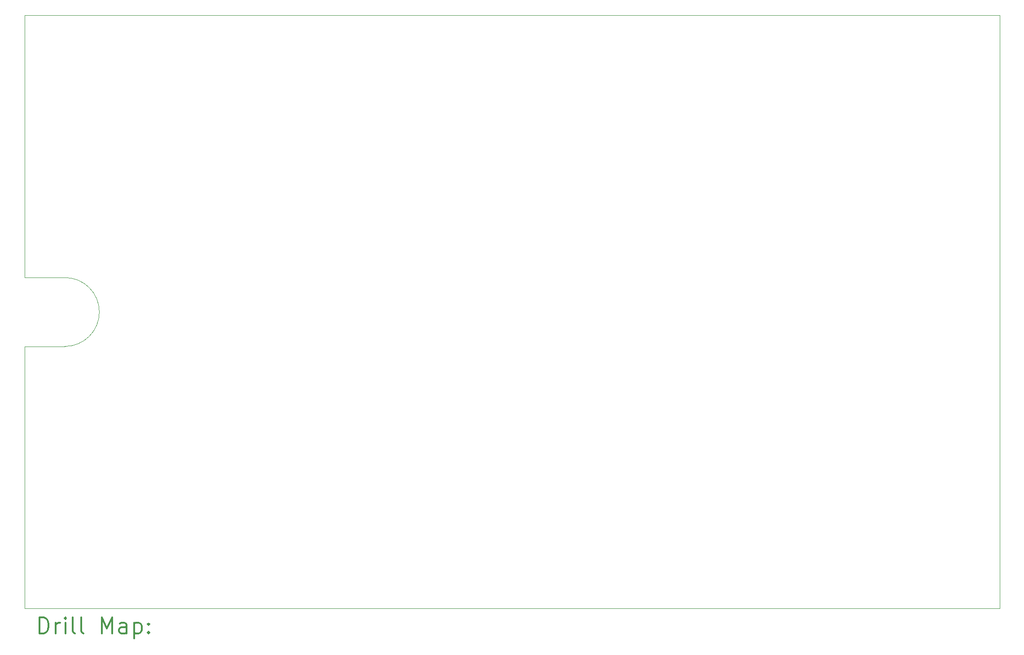
<source format=gbr>
%FSLAX45Y45*%
G04 Gerber Fmt 4.5, Leading zero omitted, Abs format (unit mm)*
G04 Created by KiCad (PCBNEW (5.1.10)-1) date 2022-09-04 00:24:53*
%MOMM*%
%LPD*%
G01*
G04 APERTURE LIST*
%TA.AperFunction,Profile*%
%ADD10C,0.050000*%
%TD*%
%ADD11C,0.200000*%
%ADD12C,0.300000*%
G04 APERTURE END LIST*
D10*
X5080000Y-9806000D02*
X5842000Y-9806000D01*
X5080000Y-8506000D02*
X5842000Y-8506000D01*
X5842000Y-8506000D02*
G75*
G02*
X5842000Y-9806000I0J-650000D01*
G01*
X5080000Y-3556000D02*
X5080000Y-8506000D01*
X5080000Y-14756000D02*
X5080000Y-9806000D01*
X23480000Y-14756000D02*
X5080000Y-14756000D01*
X23480000Y-3556000D02*
X23480000Y-14756000D01*
X5080000Y-3556000D02*
X23480000Y-3556000D01*
D11*
D12*
X5363928Y-15224214D02*
X5363928Y-14924214D01*
X5435357Y-14924214D01*
X5478214Y-14938500D01*
X5506786Y-14967071D01*
X5521071Y-14995643D01*
X5535357Y-15052786D01*
X5535357Y-15095643D01*
X5521071Y-15152786D01*
X5506786Y-15181357D01*
X5478214Y-15209929D01*
X5435357Y-15224214D01*
X5363928Y-15224214D01*
X5663928Y-15224214D02*
X5663928Y-15024214D01*
X5663928Y-15081357D02*
X5678214Y-15052786D01*
X5692500Y-15038500D01*
X5721071Y-15024214D01*
X5749643Y-15024214D01*
X5849643Y-15224214D02*
X5849643Y-15024214D01*
X5849643Y-14924214D02*
X5835357Y-14938500D01*
X5849643Y-14952786D01*
X5863928Y-14938500D01*
X5849643Y-14924214D01*
X5849643Y-14952786D01*
X6035357Y-15224214D02*
X6006786Y-15209929D01*
X5992500Y-15181357D01*
X5992500Y-14924214D01*
X6192500Y-15224214D02*
X6163928Y-15209929D01*
X6149643Y-15181357D01*
X6149643Y-14924214D01*
X6535357Y-15224214D02*
X6535357Y-14924214D01*
X6635357Y-15138500D01*
X6735357Y-14924214D01*
X6735357Y-15224214D01*
X7006786Y-15224214D02*
X7006786Y-15067071D01*
X6992500Y-15038500D01*
X6963928Y-15024214D01*
X6906786Y-15024214D01*
X6878214Y-15038500D01*
X7006786Y-15209929D02*
X6978214Y-15224214D01*
X6906786Y-15224214D01*
X6878214Y-15209929D01*
X6863928Y-15181357D01*
X6863928Y-15152786D01*
X6878214Y-15124214D01*
X6906786Y-15109929D01*
X6978214Y-15109929D01*
X7006786Y-15095643D01*
X7149643Y-15024214D02*
X7149643Y-15324214D01*
X7149643Y-15038500D02*
X7178214Y-15024214D01*
X7235357Y-15024214D01*
X7263928Y-15038500D01*
X7278214Y-15052786D01*
X7292500Y-15081357D01*
X7292500Y-15167071D01*
X7278214Y-15195643D01*
X7263928Y-15209929D01*
X7235357Y-15224214D01*
X7178214Y-15224214D01*
X7149643Y-15209929D01*
X7421071Y-15195643D02*
X7435357Y-15209929D01*
X7421071Y-15224214D01*
X7406786Y-15209929D01*
X7421071Y-15195643D01*
X7421071Y-15224214D01*
X7421071Y-15038500D02*
X7435357Y-15052786D01*
X7421071Y-15067071D01*
X7406786Y-15052786D01*
X7421071Y-15038500D01*
X7421071Y-15067071D01*
M02*

</source>
